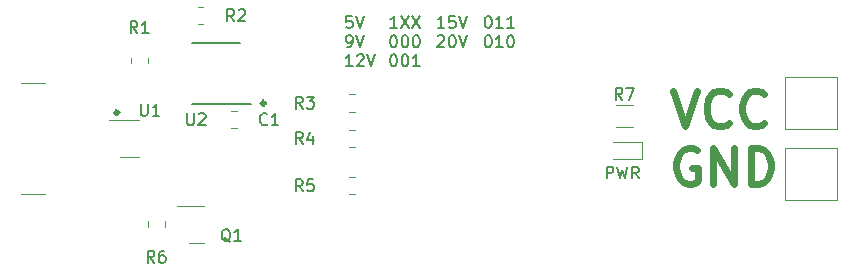
<source format=gbr>
%TF.GenerationSoftware,KiCad,Pcbnew,7.0.1*%
%TF.CreationDate,2024-06-10T22:25:48+03:00*%
%TF.ProjectId,PedalPower,50656461-6c50-46f7-9765-722e6b696361,rev?*%
%TF.SameCoordinates,Original*%
%TF.FileFunction,Legend,Top*%
%TF.FilePolarity,Positive*%
%FSLAX46Y46*%
G04 Gerber Fmt 4.6, Leading zero omitted, Abs format (unit mm)*
G04 Created by KiCad (PCBNEW 7.0.1) date 2024-06-10 22:25:48*
%MOMM*%
%LPD*%
G01*
G04 APERTURE LIST*
%ADD10C,0.357843*%
%ADD11C,0.160000*%
%ADD12C,0.200000*%
%ADD13C,0.600000*%
%ADD14C,0.150000*%
%ADD15C,0.120000*%
G04 APERTURE END LIST*
D10*
X5778921Y3000000D02*
G75*
G03*
X5778921Y3000000I-178921J0D01*
G01*
X-6621079Y2200000D02*
G75*
G03*
X-6621079Y2200000I-178921J0D01*
G01*
D11*
X13114285Y10362380D02*
X12638095Y10362380D01*
X12638095Y10362380D02*
X12590476Y9886190D01*
X12590476Y9886190D02*
X12638095Y9933809D01*
X12638095Y9933809D02*
X12733333Y9981428D01*
X12733333Y9981428D02*
X12971428Y9981428D01*
X12971428Y9981428D02*
X13066666Y9933809D01*
X13066666Y9933809D02*
X13114285Y9886190D01*
X13114285Y9886190D02*
X13161904Y9790952D01*
X13161904Y9790952D02*
X13161904Y9552857D01*
X13161904Y9552857D02*
X13114285Y9457619D01*
X13114285Y9457619D02*
X13066666Y9410000D01*
X13066666Y9410000D02*
X12971428Y9362380D01*
X12971428Y9362380D02*
X12733333Y9362380D01*
X12733333Y9362380D02*
X12638095Y9410000D01*
X12638095Y9410000D02*
X12590476Y9457619D01*
X13447619Y10362380D02*
X13780952Y9362380D01*
X13780952Y9362380D02*
X14114285Y10362380D01*
X16923808Y9362380D02*
X16352380Y9362380D01*
X16638094Y9362380D02*
X16638094Y10362380D01*
X16638094Y10362380D02*
X16542856Y10219523D01*
X16542856Y10219523D02*
X16447618Y10124285D01*
X16447618Y10124285D02*
X16352380Y10076666D01*
X17257142Y10362380D02*
X17923808Y9362380D01*
X17923808Y10362380D02*
X17257142Y9362380D01*
X18209523Y10362380D02*
X18876189Y9362380D01*
X18876189Y10362380D02*
X18209523Y9362380D01*
X20923808Y9362380D02*
X20352380Y9362380D01*
X20638094Y9362380D02*
X20638094Y10362380D01*
X20638094Y10362380D02*
X20542856Y10219523D01*
X20542856Y10219523D02*
X20447618Y10124285D01*
X20447618Y10124285D02*
X20352380Y10076666D01*
X21828570Y10362380D02*
X21352380Y10362380D01*
X21352380Y10362380D02*
X21304761Y9886190D01*
X21304761Y9886190D02*
X21352380Y9933809D01*
X21352380Y9933809D02*
X21447618Y9981428D01*
X21447618Y9981428D02*
X21685713Y9981428D01*
X21685713Y9981428D02*
X21780951Y9933809D01*
X21780951Y9933809D02*
X21828570Y9886190D01*
X21828570Y9886190D02*
X21876189Y9790952D01*
X21876189Y9790952D02*
X21876189Y9552857D01*
X21876189Y9552857D02*
X21828570Y9457619D01*
X21828570Y9457619D02*
X21780951Y9410000D01*
X21780951Y9410000D02*
X21685713Y9362380D01*
X21685713Y9362380D02*
X21447618Y9362380D01*
X21447618Y9362380D02*
X21352380Y9410000D01*
X21352380Y9410000D02*
X21304761Y9457619D01*
X22161904Y10362380D02*
X22495237Y9362380D01*
X22495237Y9362380D02*
X22828570Y10362380D01*
X24590475Y10362380D02*
X24685713Y10362380D01*
X24685713Y10362380D02*
X24780951Y10314761D01*
X24780951Y10314761D02*
X24828570Y10267142D01*
X24828570Y10267142D02*
X24876189Y10171904D01*
X24876189Y10171904D02*
X24923808Y9981428D01*
X24923808Y9981428D02*
X24923808Y9743333D01*
X24923808Y9743333D02*
X24876189Y9552857D01*
X24876189Y9552857D02*
X24828570Y9457619D01*
X24828570Y9457619D02*
X24780951Y9410000D01*
X24780951Y9410000D02*
X24685713Y9362380D01*
X24685713Y9362380D02*
X24590475Y9362380D01*
X24590475Y9362380D02*
X24495237Y9410000D01*
X24495237Y9410000D02*
X24447618Y9457619D01*
X24447618Y9457619D02*
X24399999Y9552857D01*
X24399999Y9552857D02*
X24352380Y9743333D01*
X24352380Y9743333D02*
X24352380Y9981428D01*
X24352380Y9981428D02*
X24399999Y10171904D01*
X24399999Y10171904D02*
X24447618Y10267142D01*
X24447618Y10267142D02*
X24495237Y10314761D01*
X24495237Y10314761D02*
X24590475Y10362380D01*
X25876189Y9362380D02*
X25304761Y9362380D01*
X25590475Y9362380D02*
X25590475Y10362380D01*
X25590475Y10362380D02*
X25495237Y10219523D01*
X25495237Y10219523D02*
X25399999Y10124285D01*
X25399999Y10124285D02*
X25304761Y10076666D01*
X26828570Y9362380D02*
X26257142Y9362380D01*
X26542856Y9362380D02*
X26542856Y10362380D01*
X26542856Y10362380D02*
X26447618Y10219523D01*
X26447618Y10219523D02*
X26352380Y10124285D01*
X26352380Y10124285D02*
X26257142Y10076666D01*
X12685714Y7742380D02*
X12876190Y7742380D01*
X12876190Y7742380D02*
X12971428Y7790000D01*
X12971428Y7790000D02*
X13019047Y7837619D01*
X13019047Y7837619D02*
X13114285Y7980476D01*
X13114285Y7980476D02*
X13161904Y8170952D01*
X13161904Y8170952D02*
X13161904Y8551904D01*
X13161904Y8551904D02*
X13114285Y8647142D01*
X13114285Y8647142D02*
X13066666Y8694761D01*
X13066666Y8694761D02*
X12971428Y8742380D01*
X12971428Y8742380D02*
X12780952Y8742380D01*
X12780952Y8742380D02*
X12685714Y8694761D01*
X12685714Y8694761D02*
X12638095Y8647142D01*
X12638095Y8647142D02*
X12590476Y8551904D01*
X12590476Y8551904D02*
X12590476Y8313809D01*
X12590476Y8313809D02*
X12638095Y8218571D01*
X12638095Y8218571D02*
X12685714Y8170952D01*
X12685714Y8170952D02*
X12780952Y8123333D01*
X12780952Y8123333D02*
X12971428Y8123333D01*
X12971428Y8123333D02*
X13066666Y8170952D01*
X13066666Y8170952D02*
X13114285Y8218571D01*
X13114285Y8218571D02*
X13161904Y8313809D01*
X13447619Y8742380D02*
X13780952Y7742380D01*
X13780952Y7742380D02*
X14114285Y8742380D01*
X16590475Y8742380D02*
X16685713Y8742380D01*
X16685713Y8742380D02*
X16780951Y8694761D01*
X16780951Y8694761D02*
X16828570Y8647142D01*
X16828570Y8647142D02*
X16876189Y8551904D01*
X16876189Y8551904D02*
X16923808Y8361428D01*
X16923808Y8361428D02*
X16923808Y8123333D01*
X16923808Y8123333D02*
X16876189Y7932857D01*
X16876189Y7932857D02*
X16828570Y7837619D01*
X16828570Y7837619D02*
X16780951Y7790000D01*
X16780951Y7790000D02*
X16685713Y7742380D01*
X16685713Y7742380D02*
X16590475Y7742380D01*
X16590475Y7742380D02*
X16495237Y7790000D01*
X16495237Y7790000D02*
X16447618Y7837619D01*
X16447618Y7837619D02*
X16399999Y7932857D01*
X16399999Y7932857D02*
X16352380Y8123333D01*
X16352380Y8123333D02*
X16352380Y8361428D01*
X16352380Y8361428D02*
X16399999Y8551904D01*
X16399999Y8551904D02*
X16447618Y8647142D01*
X16447618Y8647142D02*
X16495237Y8694761D01*
X16495237Y8694761D02*
X16590475Y8742380D01*
X17542856Y8742380D02*
X17638094Y8742380D01*
X17638094Y8742380D02*
X17733332Y8694761D01*
X17733332Y8694761D02*
X17780951Y8647142D01*
X17780951Y8647142D02*
X17828570Y8551904D01*
X17828570Y8551904D02*
X17876189Y8361428D01*
X17876189Y8361428D02*
X17876189Y8123333D01*
X17876189Y8123333D02*
X17828570Y7932857D01*
X17828570Y7932857D02*
X17780951Y7837619D01*
X17780951Y7837619D02*
X17733332Y7790000D01*
X17733332Y7790000D02*
X17638094Y7742380D01*
X17638094Y7742380D02*
X17542856Y7742380D01*
X17542856Y7742380D02*
X17447618Y7790000D01*
X17447618Y7790000D02*
X17399999Y7837619D01*
X17399999Y7837619D02*
X17352380Y7932857D01*
X17352380Y7932857D02*
X17304761Y8123333D01*
X17304761Y8123333D02*
X17304761Y8361428D01*
X17304761Y8361428D02*
X17352380Y8551904D01*
X17352380Y8551904D02*
X17399999Y8647142D01*
X17399999Y8647142D02*
X17447618Y8694761D01*
X17447618Y8694761D02*
X17542856Y8742380D01*
X18495237Y8742380D02*
X18590475Y8742380D01*
X18590475Y8742380D02*
X18685713Y8694761D01*
X18685713Y8694761D02*
X18733332Y8647142D01*
X18733332Y8647142D02*
X18780951Y8551904D01*
X18780951Y8551904D02*
X18828570Y8361428D01*
X18828570Y8361428D02*
X18828570Y8123333D01*
X18828570Y8123333D02*
X18780951Y7932857D01*
X18780951Y7932857D02*
X18733332Y7837619D01*
X18733332Y7837619D02*
X18685713Y7790000D01*
X18685713Y7790000D02*
X18590475Y7742380D01*
X18590475Y7742380D02*
X18495237Y7742380D01*
X18495237Y7742380D02*
X18399999Y7790000D01*
X18399999Y7790000D02*
X18352380Y7837619D01*
X18352380Y7837619D02*
X18304761Y7932857D01*
X18304761Y7932857D02*
X18257142Y8123333D01*
X18257142Y8123333D02*
X18257142Y8361428D01*
X18257142Y8361428D02*
X18304761Y8551904D01*
X18304761Y8551904D02*
X18352380Y8647142D01*
X18352380Y8647142D02*
X18399999Y8694761D01*
X18399999Y8694761D02*
X18495237Y8742380D01*
X20352380Y8647142D02*
X20399999Y8694761D01*
X20399999Y8694761D02*
X20495237Y8742380D01*
X20495237Y8742380D02*
X20733332Y8742380D01*
X20733332Y8742380D02*
X20828570Y8694761D01*
X20828570Y8694761D02*
X20876189Y8647142D01*
X20876189Y8647142D02*
X20923808Y8551904D01*
X20923808Y8551904D02*
X20923808Y8456666D01*
X20923808Y8456666D02*
X20876189Y8313809D01*
X20876189Y8313809D02*
X20304761Y7742380D01*
X20304761Y7742380D02*
X20923808Y7742380D01*
X21542856Y8742380D02*
X21638094Y8742380D01*
X21638094Y8742380D02*
X21733332Y8694761D01*
X21733332Y8694761D02*
X21780951Y8647142D01*
X21780951Y8647142D02*
X21828570Y8551904D01*
X21828570Y8551904D02*
X21876189Y8361428D01*
X21876189Y8361428D02*
X21876189Y8123333D01*
X21876189Y8123333D02*
X21828570Y7932857D01*
X21828570Y7932857D02*
X21780951Y7837619D01*
X21780951Y7837619D02*
X21733332Y7790000D01*
X21733332Y7790000D02*
X21638094Y7742380D01*
X21638094Y7742380D02*
X21542856Y7742380D01*
X21542856Y7742380D02*
X21447618Y7790000D01*
X21447618Y7790000D02*
X21399999Y7837619D01*
X21399999Y7837619D02*
X21352380Y7932857D01*
X21352380Y7932857D02*
X21304761Y8123333D01*
X21304761Y8123333D02*
X21304761Y8361428D01*
X21304761Y8361428D02*
X21352380Y8551904D01*
X21352380Y8551904D02*
X21399999Y8647142D01*
X21399999Y8647142D02*
X21447618Y8694761D01*
X21447618Y8694761D02*
X21542856Y8742380D01*
X22161904Y8742380D02*
X22495237Y7742380D01*
X22495237Y7742380D02*
X22828570Y8742380D01*
X24590475Y8742380D02*
X24685713Y8742380D01*
X24685713Y8742380D02*
X24780951Y8694761D01*
X24780951Y8694761D02*
X24828570Y8647142D01*
X24828570Y8647142D02*
X24876189Y8551904D01*
X24876189Y8551904D02*
X24923808Y8361428D01*
X24923808Y8361428D02*
X24923808Y8123333D01*
X24923808Y8123333D02*
X24876189Y7932857D01*
X24876189Y7932857D02*
X24828570Y7837619D01*
X24828570Y7837619D02*
X24780951Y7790000D01*
X24780951Y7790000D02*
X24685713Y7742380D01*
X24685713Y7742380D02*
X24590475Y7742380D01*
X24590475Y7742380D02*
X24495237Y7790000D01*
X24495237Y7790000D02*
X24447618Y7837619D01*
X24447618Y7837619D02*
X24399999Y7932857D01*
X24399999Y7932857D02*
X24352380Y8123333D01*
X24352380Y8123333D02*
X24352380Y8361428D01*
X24352380Y8361428D02*
X24399999Y8551904D01*
X24399999Y8551904D02*
X24447618Y8647142D01*
X24447618Y8647142D02*
X24495237Y8694761D01*
X24495237Y8694761D02*
X24590475Y8742380D01*
X25876189Y7742380D02*
X25304761Y7742380D01*
X25590475Y7742380D02*
X25590475Y8742380D01*
X25590475Y8742380D02*
X25495237Y8599523D01*
X25495237Y8599523D02*
X25399999Y8504285D01*
X25399999Y8504285D02*
X25304761Y8456666D01*
X26495237Y8742380D02*
X26590475Y8742380D01*
X26590475Y8742380D02*
X26685713Y8694761D01*
X26685713Y8694761D02*
X26733332Y8647142D01*
X26733332Y8647142D02*
X26780951Y8551904D01*
X26780951Y8551904D02*
X26828570Y8361428D01*
X26828570Y8361428D02*
X26828570Y8123333D01*
X26828570Y8123333D02*
X26780951Y7932857D01*
X26780951Y7932857D02*
X26733332Y7837619D01*
X26733332Y7837619D02*
X26685713Y7790000D01*
X26685713Y7790000D02*
X26590475Y7742380D01*
X26590475Y7742380D02*
X26495237Y7742380D01*
X26495237Y7742380D02*
X26399999Y7790000D01*
X26399999Y7790000D02*
X26352380Y7837619D01*
X26352380Y7837619D02*
X26304761Y7932857D01*
X26304761Y7932857D02*
X26257142Y8123333D01*
X26257142Y8123333D02*
X26257142Y8361428D01*
X26257142Y8361428D02*
X26304761Y8551904D01*
X26304761Y8551904D02*
X26352380Y8647142D01*
X26352380Y8647142D02*
X26399999Y8694761D01*
X26399999Y8694761D02*
X26495237Y8742380D01*
X13161904Y6122380D02*
X12590476Y6122380D01*
X12876190Y6122380D02*
X12876190Y7122380D01*
X12876190Y7122380D02*
X12780952Y6979523D01*
X12780952Y6979523D02*
X12685714Y6884285D01*
X12685714Y6884285D02*
X12590476Y6836666D01*
X13542857Y7027142D02*
X13590476Y7074761D01*
X13590476Y7074761D02*
X13685714Y7122380D01*
X13685714Y7122380D02*
X13923809Y7122380D01*
X13923809Y7122380D02*
X14019047Y7074761D01*
X14019047Y7074761D02*
X14066666Y7027142D01*
X14066666Y7027142D02*
X14114285Y6931904D01*
X14114285Y6931904D02*
X14114285Y6836666D01*
X14114285Y6836666D02*
X14066666Y6693809D01*
X14066666Y6693809D02*
X13495238Y6122380D01*
X13495238Y6122380D02*
X14114285Y6122380D01*
X14400000Y7122380D02*
X14733333Y6122380D01*
X14733333Y6122380D02*
X15066666Y7122380D01*
X16590475Y7122380D02*
X16685713Y7122380D01*
X16685713Y7122380D02*
X16780951Y7074761D01*
X16780951Y7074761D02*
X16828570Y7027142D01*
X16828570Y7027142D02*
X16876189Y6931904D01*
X16876189Y6931904D02*
X16923808Y6741428D01*
X16923808Y6741428D02*
X16923808Y6503333D01*
X16923808Y6503333D02*
X16876189Y6312857D01*
X16876189Y6312857D02*
X16828570Y6217619D01*
X16828570Y6217619D02*
X16780951Y6170000D01*
X16780951Y6170000D02*
X16685713Y6122380D01*
X16685713Y6122380D02*
X16590475Y6122380D01*
X16590475Y6122380D02*
X16495237Y6170000D01*
X16495237Y6170000D02*
X16447618Y6217619D01*
X16447618Y6217619D02*
X16399999Y6312857D01*
X16399999Y6312857D02*
X16352380Y6503333D01*
X16352380Y6503333D02*
X16352380Y6741428D01*
X16352380Y6741428D02*
X16399999Y6931904D01*
X16399999Y6931904D02*
X16447618Y7027142D01*
X16447618Y7027142D02*
X16495237Y7074761D01*
X16495237Y7074761D02*
X16590475Y7122380D01*
X17542856Y7122380D02*
X17638094Y7122380D01*
X17638094Y7122380D02*
X17733332Y7074761D01*
X17733332Y7074761D02*
X17780951Y7027142D01*
X17780951Y7027142D02*
X17828570Y6931904D01*
X17828570Y6931904D02*
X17876189Y6741428D01*
X17876189Y6741428D02*
X17876189Y6503333D01*
X17876189Y6503333D02*
X17828570Y6312857D01*
X17828570Y6312857D02*
X17780951Y6217619D01*
X17780951Y6217619D02*
X17733332Y6170000D01*
X17733332Y6170000D02*
X17638094Y6122380D01*
X17638094Y6122380D02*
X17542856Y6122380D01*
X17542856Y6122380D02*
X17447618Y6170000D01*
X17447618Y6170000D02*
X17399999Y6217619D01*
X17399999Y6217619D02*
X17352380Y6312857D01*
X17352380Y6312857D02*
X17304761Y6503333D01*
X17304761Y6503333D02*
X17304761Y6741428D01*
X17304761Y6741428D02*
X17352380Y6931904D01*
X17352380Y6931904D02*
X17399999Y7027142D01*
X17399999Y7027142D02*
X17447618Y7074761D01*
X17447618Y7074761D02*
X17542856Y7122380D01*
X18828570Y6122380D02*
X18257142Y6122380D01*
X18542856Y6122380D02*
X18542856Y7122380D01*
X18542856Y7122380D02*
X18447618Y6979523D01*
X18447618Y6979523D02*
X18352380Y6884285D01*
X18352380Y6884285D02*
X18257142Y6836666D01*
D12*
X34666667Y-3377619D02*
X34666667Y-2377619D01*
X34666667Y-2377619D02*
X35047619Y-2377619D01*
X35047619Y-2377619D02*
X35142857Y-2425238D01*
X35142857Y-2425238D02*
X35190476Y-2472857D01*
X35190476Y-2472857D02*
X35238095Y-2568095D01*
X35238095Y-2568095D02*
X35238095Y-2710952D01*
X35238095Y-2710952D02*
X35190476Y-2806190D01*
X35190476Y-2806190D02*
X35142857Y-2853809D01*
X35142857Y-2853809D02*
X35047619Y-2901428D01*
X35047619Y-2901428D02*
X34666667Y-2901428D01*
X35571429Y-2377619D02*
X35809524Y-3377619D01*
X35809524Y-3377619D02*
X36000000Y-2663333D01*
X36000000Y-2663333D02*
X36190476Y-3377619D01*
X36190476Y-3377619D02*
X36428572Y-2377619D01*
X37380952Y-3377619D02*
X37047619Y-2901428D01*
X36809524Y-3377619D02*
X36809524Y-2377619D01*
X36809524Y-2377619D02*
X37190476Y-2377619D01*
X37190476Y-2377619D02*
X37285714Y-2425238D01*
X37285714Y-2425238D02*
X37333333Y-2472857D01*
X37333333Y-2472857D02*
X37380952Y-2568095D01*
X37380952Y-2568095D02*
X37380952Y-2710952D01*
X37380952Y-2710952D02*
X37333333Y-2806190D01*
X37333333Y-2806190D02*
X37285714Y-2853809D01*
X37285714Y-2853809D02*
X37190476Y-2901428D01*
X37190476Y-2901428D02*
X36809524Y-2901428D01*
D13*
X40285714Y4042142D02*
X41285714Y1042142D01*
X41285714Y1042142D02*
X42285714Y4042142D01*
X45000000Y1327857D02*
X44857143Y1185000D01*
X44857143Y1185000D02*
X44428571Y1042142D01*
X44428571Y1042142D02*
X44142857Y1042142D01*
X44142857Y1042142D02*
X43714286Y1185000D01*
X43714286Y1185000D02*
X43428571Y1470714D01*
X43428571Y1470714D02*
X43285714Y1756428D01*
X43285714Y1756428D02*
X43142857Y2327857D01*
X43142857Y2327857D02*
X43142857Y2756428D01*
X43142857Y2756428D02*
X43285714Y3327857D01*
X43285714Y3327857D02*
X43428571Y3613571D01*
X43428571Y3613571D02*
X43714286Y3899285D01*
X43714286Y3899285D02*
X44142857Y4042142D01*
X44142857Y4042142D02*
X44428571Y4042142D01*
X44428571Y4042142D02*
X44857143Y3899285D01*
X44857143Y3899285D02*
X45000000Y3756428D01*
X48000000Y1327857D02*
X47857143Y1185000D01*
X47857143Y1185000D02*
X47428571Y1042142D01*
X47428571Y1042142D02*
X47142857Y1042142D01*
X47142857Y1042142D02*
X46714286Y1185000D01*
X46714286Y1185000D02*
X46428571Y1470714D01*
X46428571Y1470714D02*
X46285714Y1756428D01*
X46285714Y1756428D02*
X46142857Y2327857D01*
X46142857Y2327857D02*
X46142857Y2756428D01*
X46142857Y2756428D02*
X46285714Y3327857D01*
X46285714Y3327857D02*
X46428571Y3613571D01*
X46428571Y3613571D02*
X46714286Y3899285D01*
X46714286Y3899285D02*
X47142857Y4042142D01*
X47142857Y4042142D02*
X47428571Y4042142D01*
X47428571Y4042142D02*
X47857143Y3899285D01*
X47857143Y3899285D02*
X48000000Y3756428D01*
X42285714Y-960714D02*
X42000000Y-817857D01*
X42000000Y-817857D02*
X41571428Y-817857D01*
X41571428Y-817857D02*
X41142857Y-960714D01*
X41142857Y-960714D02*
X40857142Y-1246428D01*
X40857142Y-1246428D02*
X40714285Y-1532142D01*
X40714285Y-1532142D02*
X40571428Y-2103571D01*
X40571428Y-2103571D02*
X40571428Y-2532142D01*
X40571428Y-2532142D02*
X40714285Y-3103571D01*
X40714285Y-3103571D02*
X40857142Y-3389285D01*
X40857142Y-3389285D02*
X41142857Y-3675000D01*
X41142857Y-3675000D02*
X41571428Y-3817857D01*
X41571428Y-3817857D02*
X41857142Y-3817857D01*
X41857142Y-3817857D02*
X42285714Y-3675000D01*
X42285714Y-3675000D02*
X42428571Y-3532142D01*
X42428571Y-3532142D02*
X42428571Y-2532142D01*
X42428571Y-2532142D02*
X41857142Y-2532142D01*
X43714285Y-3817857D02*
X43714285Y-817857D01*
X43714285Y-817857D02*
X45428571Y-3817857D01*
X45428571Y-3817857D02*
X45428571Y-817857D01*
X46857142Y-3817857D02*
X46857142Y-817857D01*
X46857142Y-817857D02*
X47571428Y-817857D01*
X47571428Y-817857D02*
X47999999Y-960714D01*
X47999999Y-960714D02*
X48285714Y-1246428D01*
X48285714Y-1246428D02*
X48428571Y-1532142D01*
X48428571Y-1532142D02*
X48571428Y-2103571D01*
X48571428Y-2103571D02*
X48571428Y-2532142D01*
X48571428Y-2532142D02*
X48428571Y-3103571D01*
X48428571Y-3103571D02*
X48285714Y-3389285D01*
X48285714Y-3389285D02*
X47999999Y-3675000D01*
X47999999Y-3675000D02*
X47571428Y-3817857D01*
X47571428Y-3817857D02*
X46857142Y-3817857D01*
D14*
%TO.C,U1*%
X-4761904Y2937380D02*
X-4761904Y2127857D01*
X-4761904Y2127857D02*
X-4714285Y2032619D01*
X-4714285Y2032619D02*
X-4666666Y1985000D01*
X-4666666Y1985000D02*
X-4571428Y1937380D01*
X-4571428Y1937380D02*
X-4380952Y1937380D01*
X-4380952Y1937380D02*
X-4285714Y1985000D01*
X-4285714Y1985000D02*
X-4238095Y2032619D01*
X-4238095Y2032619D02*
X-4190476Y2127857D01*
X-4190476Y2127857D02*
X-4190476Y2937380D01*
X-3190476Y1937380D02*
X-3761904Y1937380D01*
X-3476190Y1937380D02*
X-3476190Y2937380D01*
X-3476190Y2937380D02*
X-3571428Y2794523D01*
X-3571428Y2794523D02*
X-3666666Y2699285D01*
X-3666666Y2699285D02*
X-3761904Y2651666D01*
%TO.C,R5*%
X8933333Y-4462619D02*
X8600000Y-3986428D01*
X8361905Y-4462619D02*
X8361905Y-3462619D01*
X8361905Y-3462619D02*
X8742857Y-3462619D01*
X8742857Y-3462619D02*
X8838095Y-3510238D01*
X8838095Y-3510238D02*
X8885714Y-3557857D01*
X8885714Y-3557857D02*
X8933333Y-3653095D01*
X8933333Y-3653095D02*
X8933333Y-3795952D01*
X8933333Y-3795952D02*
X8885714Y-3891190D01*
X8885714Y-3891190D02*
X8838095Y-3938809D01*
X8838095Y-3938809D02*
X8742857Y-3986428D01*
X8742857Y-3986428D02*
X8361905Y-3986428D01*
X9838095Y-3462619D02*
X9361905Y-3462619D01*
X9361905Y-3462619D02*
X9314286Y-3938809D01*
X9314286Y-3938809D02*
X9361905Y-3891190D01*
X9361905Y-3891190D02*
X9457143Y-3843571D01*
X9457143Y-3843571D02*
X9695238Y-3843571D01*
X9695238Y-3843571D02*
X9790476Y-3891190D01*
X9790476Y-3891190D02*
X9838095Y-3938809D01*
X9838095Y-3938809D02*
X9885714Y-4034047D01*
X9885714Y-4034047D02*
X9885714Y-4272142D01*
X9885714Y-4272142D02*
X9838095Y-4367380D01*
X9838095Y-4367380D02*
X9790476Y-4415000D01*
X9790476Y-4415000D02*
X9695238Y-4462619D01*
X9695238Y-4462619D02*
X9457143Y-4462619D01*
X9457143Y-4462619D02*
X9361905Y-4415000D01*
X9361905Y-4415000D02*
X9314286Y-4367380D01*
%TO.C,R7*%
X36008333Y3282380D02*
X35675000Y3758571D01*
X35436905Y3282380D02*
X35436905Y4282380D01*
X35436905Y4282380D02*
X35817857Y4282380D01*
X35817857Y4282380D02*
X35913095Y4234761D01*
X35913095Y4234761D02*
X35960714Y4187142D01*
X35960714Y4187142D02*
X36008333Y4091904D01*
X36008333Y4091904D02*
X36008333Y3949047D01*
X36008333Y3949047D02*
X35960714Y3853809D01*
X35960714Y3853809D02*
X35913095Y3806190D01*
X35913095Y3806190D02*
X35817857Y3758571D01*
X35817857Y3758571D02*
X35436905Y3758571D01*
X36341667Y4282380D02*
X37008333Y4282380D01*
X37008333Y4282380D02*
X36579762Y3282380D01*
%TO.C,U2*%
X-861904Y2137380D02*
X-861904Y1327857D01*
X-861904Y1327857D02*
X-814285Y1232619D01*
X-814285Y1232619D02*
X-766666Y1185000D01*
X-766666Y1185000D02*
X-671428Y1137380D01*
X-671428Y1137380D02*
X-480952Y1137380D01*
X-480952Y1137380D02*
X-385714Y1185000D01*
X-385714Y1185000D02*
X-338095Y1232619D01*
X-338095Y1232619D02*
X-290476Y1327857D01*
X-290476Y1327857D02*
X-290476Y2137380D01*
X138095Y2042142D02*
X185714Y2089761D01*
X185714Y2089761D02*
X280952Y2137380D01*
X280952Y2137380D02*
X519047Y2137380D01*
X519047Y2137380D02*
X614285Y2089761D01*
X614285Y2089761D02*
X661904Y2042142D01*
X661904Y2042142D02*
X709523Y1946904D01*
X709523Y1946904D02*
X709523Y1851666D01*
X709523Y1851666D02*
X661904Y1708809D01*
X661904Y1708809D02*
X90476Y1137380D01*
X90476Y1137380D02*
X709523Y1137380D01*
%TO.C,R1*%
X-5066666Y8937380D02*
X-5399999Y9413571D01*
X-5638094Y8937380D02*
X-5638094Y9937380D01*
X-5638094Y9937380D02*
X-5257142Y9937380D01*
X-5257142Y9937380D02*
X-5161904Y9889761D01*
X-5161904Y9889761D02*
X-5114285Y9842142D01*
X-5114285Y9842142D02*
X-5066666Y9746904D01*
X-5066666Y9746904D02*
X-5066666Y9604047D01*
X-5066666Y9604047D02*
X-5114285Y9508809D01*
X-5114285Y9508809D02*
X-5161904Y9461190D01*
X-5161904Y9461190D02*
X-5257142Y9413571D01*
X-5257142Y9413571D02*
X-5638094Y9413571D01*
X-4114285Y8937380D02*
X-4685713Y8937380D01*
X-4399999Y8937380D02*
X-4399999Y9937380D01*
X-4399999Y9937380D02*
X-4495237Y9794523D01*
X-4495237Y9794523D02*
X-4590475Y9699285D01*
X-4590475Y9699285D02*
X-4685713Y9651666D01*
%TO.C,C1*%
X5933333Y1232619D02*
X5885714Y1185000D01*
X5885714Y1185000D02*
X5742857Y1137380D01*
X5742857Y1137380D02*
X5647619Y1137380D01*
X5647619Y1137380D02*
X5504762Y1185000D01*
X5504762Y1185000D02*
X5409524Y1280238D01*
X5409524Y1280238D02*
X5361905Y1375476D01*
X5361905Y1375476D02*
X5314286Y1565952D01*
X5314286Y1565952D02*
X5314286Y1708809D01*
X5314286Y1708809D02*
X5361905Y1899285D01*
X5361905Y1899285D02*
X5409524Y1994523D01*
X5409524Y1994523D02*
X5504762Y2089761D01*
X5504762Y2089761D02*
X5647619Y2137380D01*
X5647619Y2137380D02*
X5742857Y2137380D01*
X5742857Y2137380D02*
X5885714Y2089761D01*
X5885714Y2089761D02*
X5933333Y2042142D01*
X6885714Y1137380D02*
X6314286Y1137380D01*
X6600000Y1137380D02*
X6600000Y2137380D01*
X6600000Y2137380D02*
X6504762Y1994523D01*
X6504762Y1994523D02*
X6409524Y1899285D01*
X6409524Y1899285D02*
X6314286Y1851666D01*
%TO.C,R4*%
X8933333Y-462619D02*
X8600000Y13571D01*
X8361905Y-462619D02*
X8361905Y537380D01*
X8361905Y537380D02*
X8742857Y537380D01*
X8742857Y537380D02*
X8838095Y489761D01*
X8838095Y489761D02*
X8885714Y442142D01*
X8885714Y442142D02*
X8933333Y346904D01*
X8933333Y346904D02*
X8933333Y204047D01*
X8933333Y204047D02*
X8885714Y108809D01*
X8885714Y108809D02*
X8838095Y61190D01*
X8838095Y61190D02*
X8742857Y13571D01*
X8742857Y13571D02*
X8361905Y13571D01*
X9790476Y204047D02*
X9790476Y-462619D01*
X9552381Y585000D02*
X9314286Y-129285D01*
X9314286Y-129285D02*
X9933333Y-129285D01*
%TO.C,R6*%
X-3629166Y-10512619D02*
X-3962499Y-10036428D01*
X-4200594Y-10512619D02*
X-4200594Y-9512619D01*
X-4200594Y-9512619D02*
X-3819642Y-9512619D01*
X-3819642Y-9512619D02*
X-3724404Y-9560238D01*
X-3724404Y-9560238D02*
X-3676785Y-9607857D01*
X-3676785Y-9607857D02*
X-3629166Y-9703095D01*
X-3629166Y-9703095D02*
X-3629166Y-9845952D01*
X-3629166Y-9845952D02*
X-3676785Y-9941190D01*
X-3676785Y-9941190D02*
X-3724404Y-9988809D01*
X-3724404Y-9988809D02*
X-3819642Y-10036428D01*
X-3819642Y-10036428D02*
X-4200594Y-10036428D01*
X-2772023Y-9512619D02*
X-2962499Y-9512619D01*
X-2962499Y-9512619D02*
X-3057737Y-9560238D01*
X-3057737Y-9560238D02*
X-3105356Y-9607857D01*
X-3105356Y-9607857D02*
X-3200594Y-9750714D01*
X-3200594Y-9750714D02*
X-3248213Y-9941190D01*
X-3248213Y-9941190D02*
X-3248213Y-10322142D01*
X-3248213Y-10322142D02*
X-3200594Y-10417380D01*
X-3200594Y-10417380D02*
X-3152975Y-10465000D01*
X-3152975Y-10465000D02*
X-3057737Y-10512619D01*
X-3057737Y-10512619D02*
X-2867261Y-10512619D01*
X-2867261Y-10512619D02*
X-2772023Y-10465000D01*
X-2772023Y-10465000D02*
X-2724404Y-10417380D01*
X-2724404Y-10417380D02*
X-2676785Y-10322142D01*
X-2676785Y-10322142D02*
X-2676785Y-10084047D01*
X-2676785Y-10084047D02*
X-2724404Y-9988809D01*
X-2724404Y-9988809D02*
X-2772023Y-9941190D01*
X-2772023Y-9941190D02*
X-2867261Y-9893571D01*
X-2867261Y-9893571D02*
X-3057737Y-9893571D01*
X-3057737Y-9893571D02*
X-3152975Y-9941190D01*
X-3152975Y-9941190D02*
X-3200594Y-9988809D01*
X-3200594Y-9988809D02*
X-3248213Y-10084047D01*
%TO.C,R2*%
X3133333Y9937380D02*
X2800000Y10413571D01*
X2561905Y9937380D02*
X2561905Y10937380D01*
X2561905Y10937380D02*
X2942857Y10937380D01*
X2942857Y10937380D02*
X3038095Y10889761D01*
X3038095Y10889761D02*
X3085714Y10842142D01*
X3085714Y10842142D02*
X3133333Y10746904D01*
X3133333Y10746904D02*
X3133333Y10604047D01*
X3133333Y10604047D02*
X3085714Y10508809D01*
X3085714Y10508809D02*
X3038095Y10461190D01*
X3038095Y10461190D02*
X2942857Y10413571D01*
X2942857Y10413571D02*
X2561905Y10413571D01*
X3514286Y10842142D02*
X3561905Y10889761D01*
X3561905Y10889761D02*
X3657143Y10937380D01*
X3657143Y10937380D02*
X3895238Y10937380D01*
X3895238Y10937380D02*
X3990476Y10889761D01*
X3990476Y10889761D02*
X4038095Y10842142D01*
X4038095Y10842142D02*
X4085714Y10746904D01*
X4085714Y10746904D02*
X4085714Y10651666D01*
X4085714Y10651666D02*
X4038095Y10508809D01*
X4038095Y10508809D02*
X3466667Y9937380D01*
X3466667Y9937380D02*
X4085714Y9937380D01*
%TO.C,Q1*%
X2804761Y-8757857D02*
X2709523Y-8710238D01*
X2709523Y-8710238D02*
X2614285Y-8615000D01*
X2614285Y-8615000D02*
X2471428Y-8472142D01*
X2471428Y-8472142D02*
X2376190Y-8424523D01*
X2376190Y-8424523D02*
X2280952Y-8424523D01*
X2328571Y-8662619D02*
X2233333Y-8615000D01*
X2233333Y-8615000D02*
X2138095Y-8519761D01*
X2138095Y-8519761D02*
X2090476Y-8329285D01*
X2090476Y-8329285D02*
X2090476Y-7995952D01*
X2090476Y-7995952D02*
X2138095Y-7805476D01*
X2138095Y-7805476D02*
X2233333Y-7710238D01*
X2233333Y-7710238D02*
X2328571Y-7662619D01*
X2328571Y-7662619D02*
X2519047Y-7662619D01*
X2519047Y-7662619D02*
X2614285Y-7710238D01*
X2614285Y-7710238D02*
X2709523Y-7805476D01*
X2709523Y-7805476D02*
X2757142Y-7995952D01*
X2757142Y-7995952D02*
X2757142Y-8329285D01*
X2757142Y-8329285D02*
X2709523Y-8519761D01*
X2709523Y-8519761D02*
X2614285Y-8615000D01*
X2614285Y-8615000D02*
X2519047Y-8662619D01*
X2519047Y-8662619D02*
X2328571Y-8662619D01*
X3709523Y-8662619D02*
X3138095Y-8662619D01*
X3423809Y-8662619D02*
X3423809Y-7662619D01*
X3423809Y-7662619D02*
X3328571Y-7805476D01*
X3328571Y-7805476D02*
X3233333Y-7900714D01*
X3233333Y-7900714D02*
X3138095Y-7948333D01*
%TO.C,R3*%
X8933333Y2537380D02*
X8600000Y3013571D01*
X8361905Y2537380D02*
X8361905Y3537380D01*
X8361905Y3537380D02*
X8742857Y3537380D01*
X8742857Y3537380D02*
X8838095Y3489761D01*
X8838095Y3489761D02*
X8885714Y3442142D01*
X8885714Y3442142D02*
X8933333Y3346904D01*
X8933333Y3346904D02*
X8933333Y3204047D01*
X8933333Y3204047D02*
X8885714Y3108809D01*
X8885714Y3108809D02*
X8838095Y3061190D01*
X8838095Y3061190D02*
X8742857Y3013571D01*
X8742857Y3013571D02*
X8361905Y3013571D01*
X9266667Y3537380D02*
X9885714Y3537380D01*
X9885714Y3537380D02*
X9552381Y3156428D01*
X9552381Y3156428D02*
X9695238Y3156428D01*
X9695238Y3156428D02*
X9790476Y3108809D01*
X9790476Y3108809D02*
X9838095Y3061190D01*
X9838095Y3061190D02*
X9885714Y2965952D01*
X9885714Y2965952D02*
X9885714Y2727857D01*
X9885714Y2727857D02*
X9838095Y2632619D01*
X9838095Y2632619D02*
X9790476Y2585000D01*
X9790476Y2585000D02*
X9695238Y2537380D01*
X9695238Y2537380D02*
X9409524Y2537380D01*
X9409524Y2537380D02*
X9314286Y2585000D01*
X9314286Y2585000D02*
X9266667Y2632619D01*
D15*
%TO.C,TP2*%
X49800000Y-800000D02*
X54200000Y-800000D01*
X49800000Y-5200000D02*
X49800000Y-800000D01*
X54200000Y-800000D02*
X54200000Y-5200000D01*
X54200000Y-5200000D02*
X49800000Y-5200000D01*
%TO.C,U1*%
X-5700000Y1560000D02*
X-7500000Y1560000D01*
X-5700000Y1560000D02*
X-4900000Y1560000D01*
X-5700000Y-1560000D02*
X-6500000Y-1560000D01*
X-5700000Y-1560000D02*
X-4900000Y-1560000D01*
%TO.C,R5*%
X12872936Y-3265000D02*
X13327064Y-3265000D01*
X12872936Y-4735000D02*
X13327064Y-4735000D01*
%TO.C,R7*%
X35447936Y2835000D02*
X36902064Y2835000D01*
X35447936Y1015000D02*
X36902064Y1015000D01*
D14*
%TO.C,U2*%
X4600000Y2955000D02*
X-470000Y2955000D01*
X3670000Y8095000D02*
X-470000Y8095000D01*
D15*
%TO.C,J1*%
X-12900000Y4700000D02*
X-14900000Y4700000D01*
X-12900000Y-4700000D02*
X-14900000Y-4700000D01*
%TO.C,D1*%
X37660000Y-1735000D02*
X37660000Y-265000D01*
X37660000Y-265000D02*
X35200000Y-265000D01*
X35200000Y-1735000D02*
X37660000Y-1735000D01*
%TO.C,R1*%
X-4165000Y6827064D02*
X-4165000Y6372936D01*
X-5635000Y6827064D02*
X-5635000Y6372936D01*
%TO.C,C1*%
X3361252Y865000D02*
X2838748Y865000D01*
X3361252Y2335000D02*
X2838748Y2335000D01*
%TO.C,TP1*%
X49800000Y5200000D02*
X54200000Y5200000D01*
X49800000Y800000D02*
X49800000Y5200000D01*
X54200000Y5200000D02*
X54200000Y800000D01*
X54200000Y800000D02*
X49800000Y800000D01*
%TO.C,R4*%
X12872936Y735000D02*
X13327064Y735000D01*
X12872936Y-735000D02*
X13327064Y-735000D01*
%TO.C,R6*%
X-2727500Y-7022936D02*
X-2727500Y-7477064D01*
X-4197500Y-7022936D02*
X-4197500Y-7477064D01*
%TO.C,R2*%
X72936Y11135000D02*
X527064Y11135000D01*
X72936Y9665000D02*
X527064Y9665000D01*
%TO.C,Q1*%
X-62500Y-5690000D02*
X-1737500Y-5690000D01*
X-62500Y-5690000D02*
X587500Y-5690000D01*
X-62500Y-8810000D02*
X-712500Y-8810000D01*
X-62500Y-8810000D02*
X587500Y-8810000D01*
%TO.C,R3*%
X12872936Y3735000D02*
X13327064Y3735000D01*
X12872936Y2265000D02*
X13327064Y2265000D01*
%TD*%
M02*

</source>
